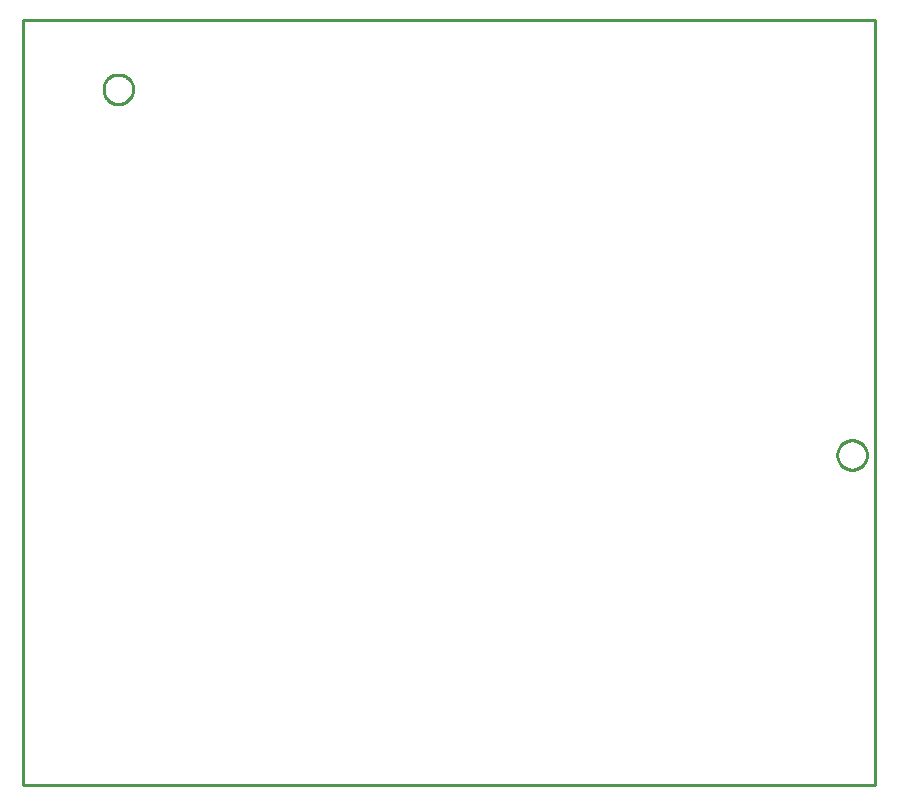
<source format=gbr>
G04 EAGLE Gerber RS-274X export*
G75*
%MOMM*%
%FSLAX34Y34*%
%LPD*%
%IN*%
%IPPOS*%
%AMOC8*
5,1,8,0,0,1.08239X$1,22.5*%
G01*
%ADD10C,0.254000*%


D10*
X0Y0D02*
X721616Y0D01*
X721616Y647600D01*
X0Y647600D01*
X0Y0D01*
X93269Y588789D02*
X93192Y587810D01*
X93038Y586840D01*
X92809Y585885D01*
X92505Y584951D01*
X92130Y584044D01*
X91684Y583169D01*
X91171Y582332D01*
X90594Y581537D01*
X89956Y580791D01*
X89261Y580096D01*
X88515Y579458D01*
X87720Y578881D01*
X86883Y578368D01*
X86008Y577922D01*
X85101Y577547D01*
X84167Y577243D01*
X83212Y577014D01*
X82242Y576860D01*
X81263Y576783D01*
X80281Y576783D01*
X79302Y576860D01*
X78332Y577014D01*
X77377Y577243D01*
X76443Y577547D01*
X75536Y577922D01*
X74661Y578368D01*
X73824Y578881D01*
X73029Y579458D01*
X72283Y580096D01*
X71588Y580791D01*
X70950Y581537D01*
X70373Y582332D01*
X69860Y583169D01*
X69414Y584044D01*
X69039Y584951D01*
X68735Y585885D01*
X68506Y586840D01*
X68352Y587810D01*
X68275Y588789D01*
X68275Y589771D01*
X68352Y590750D01*
X68506Y591720D01*
X68735Y592675D01*
X69039Y593609D01*
X69414Y594516D01*
X69860Y595391D01*
X70373Y596228D01*
X70950Y597023D01*
X71588Y597769D01*
X72283Y598464D01*
X73029Y599102D01*
X73824Y599679D01*
X74661Y600192D01*
X75536Y600638D01*
X76443Y601013D01*
X77377Y601317D01*
X78332Y601546D01*
X79302Y601700D01*
X80281Y601777D01*
X81263Y601777D01*
X82242Y601700D01*
X83212Y601546D01*
X84167Y601317D01*
X85101Y601013D01*
X86008Y600638D01*
X86883Y600192D01*
X87720Y599679D01*
X88515Y599102D01*
X89261Y598464D01*
X89956Y597769D01*
X90594Y597023D01*
X91171Y596228D01*
X91684Y595391D01*
X92130Y594516D01*
X92505Y593609D01*
X92809Y592675D01*
X93038Y591720D01*
X93192Y590750D01*
X93269Y589771D01*
X93269Y588789D01*
X714553Y279163D02*
X714476Y278184D01*
X714322Y277214D01*
X714093Y276259D01*
X713789Y275325D01*
X713414Y274418D01*
X712968Y273543D01*
X712455Y272706D01*
X711878Y271911D01*
X711240Y271165D01*
X710545Y270470D01*
X709799Y269832D01*
X709004Y269255D01*
X708167Y268742D01*
X707292Y268296D01*
X706385Y267921D01*
X705451Y267617D01*
X704496Y267388D01*
X703526Y267234D01*
X702547Y267157D01*
X701565Y267157D01*
X700586Y267234D01*
X699616Y267388D01*
X698661Y267617D01*
X697727Y267921D01*
X696820Y268296D01*
X695945Y268742D01*
X695108Y269255D01*
X694313Y269832D01*
X693567Y270470D01*
X692872Y271165D01*
X692234Y271911D01*
X691657Y272706D01*
X691144Y273543D01*
X690698Y274418D01*
X690323Y275325D01*
X690019Y276259D01*
X689790Y277214D01*
X689636Y278184D01*
X689559Y279163D01*
X689559Y280145D01*
X689636Y281124D01*
X689790Y282094D01*
X690019Y283049D01*
X690323Y283983D01*
X690698Y284890D01*
X691144Y285765D01*
X691657Y286602D01*
X692234Y287397D01*
X692872Y288143D01*
X693567Y288838D01*
X694313Y289476D01*
X695108Y290053D01*
X695945Y290566D01*
X696820Y291012D01*
X697727Y291387D01*
X698661Y291691D01*
X699616Y291920D01*
X700586Y292074D01*
X701565Y292151D01*
X702547Y292151D01*
X703526Y292074D01*
X704496Y291920D01*
X705451Y291691D01*
X706385Y291387D01*
X707292Y291012D01*
X708167Y290566D01*
X709004Y290053D01*
X709799Y289476D01*
X710545Y288838D01*
X711240Y288143D01*
X711878Y287397D01*
X712455Y286602D01*
X712968Y285765D01*
X713414Y284890D01*
X713789Y283983D01*
X714093Y283049D01*
X714322Y282094D01*
X714476Y281124D01*
X714553Y280145D01*
X714553Y279163D01*
M02*

</source>
